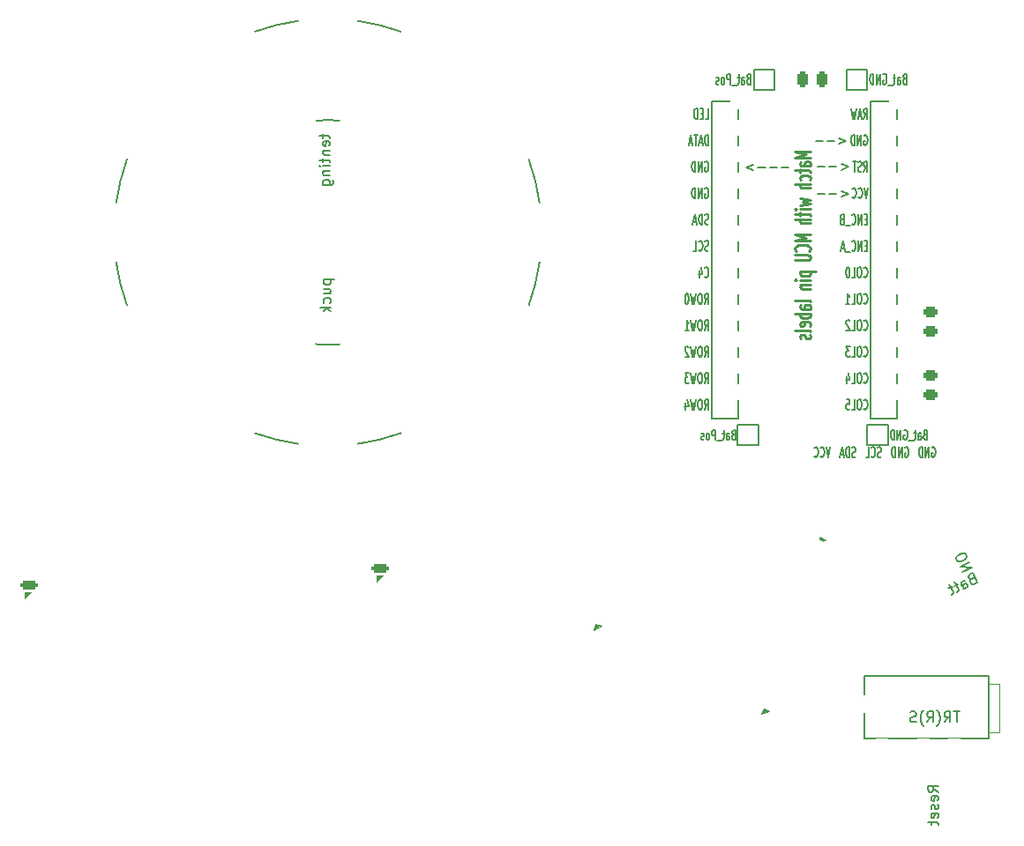
<source format=gbr>
%TF.GenerationSoftware,KiCad,Pcbnew,(6.0.1-0)*%
%TF.CreationDate,2022-01-24T00:31:25-08:00*%
%TF.ProjectId,hillside56,68696c6c-7369-4646-9535-362e6b696361,0.1.0-alpha*%
%TF.SameCoordinates,Original*%
%TF.FileFunction,Legend,Bot*%
%TF.FilePolarity,Positive*%
%FSLAX46Y46*%
G04 Gerber Fmt 4.6, Leading zero omitted, Abs format (unit mm)*
G04 Created by KiCad (PCBNEW (6.0.1-0)) date 2022-01-24 00:31:25*
%MOMM*%
%LPD*%
G01*
G04 APERTURE LIST*
G04 Aperture macros list*
%AMRoundRect*
0 Rectangle with rounded corners*
0 $1 Rounding radius*
0 $2 $3 $4 $5 $6 $7 $8 $9 X,Y pos of 4 corners*
0 Add a 4 corners polygon primitive as box body*
4,1,4,$2,$3,$4,$5,$6,$7,$8,$9,$2,$3,0*
0 Add four circle primitives for the rounded corners*
1,1,$1+$1,$2,$3*
1,1,$1+$1,$4,$5*
1,1,$1+$1,$6,$7*
1,1,$1+$1,$8,$9*
0 Add four rect primitives between the rounded corners*
20,1,$1+$1,$2,$3,$4,$5,0*
20,1,$1+$1,$4,$5,$6,$7,0*
20,1,$1+$1,$6,$7,$8,$9,0*
20,1,$1+$1,$8,$9,$2,$3,0*%
%AMRotRect*
0 Rectangle, with rotation*
0 The origin of the aperture is its center*
0 $1 length*
0 $2 width*
0 $3 Rotation angle, in degrees counterclockwise*
0 Add horizontal line*
21,1,$1,$2,0,0,$3*%
%AMFreePoly0*
4,1,41,0.142350,0.531259,0.275000,0.476314,0.388909,0.388909,0.476314,0.275000,0.531259,0.142350,0.533280,0.127000,3.200000,0.127000,3.236070,0.121770,3.296138,0.082984,3.325733,0.017894,3.315473,-0.052868,3.268611,-0.106872,3.200000,-0.127000,0.533280,-0.127000,0.531259,-0.142350,0.476314,-0.275000,0.388909,-0.388909,0.275000,-0.476314,0.142350,-0.531259,0.000000,-0.550000,
-0.142350,-0.531259,-0.275000,-0.476314,-0.388909,-0.388909,-0.476314,-0.275000,-0.531259,-0.142350,-0.533280,-0.127000,-3.200000,-0.127000,-3.236070,-0.121770,-3.296138,-0.082984,-3.325733,-0.017894,-3.315473,0.052868,-3.268611,0.106872,-3.200000,0.127000,-0.533280,0.127000,-0.531259,0.142350,-0.476314,0.275000,-0.388909,0.388909,-0.275000,0.476314,-0.142350,0.531259,0.000000,0.550000,
0.142350,0.531259,0.142350,0.531259,$1*%
%AMFreePoly1*
4,1,37,0.042529,3.485692,0.118849,3.448880,0.171655,3.382612,0.190499,3.300000,0.190499,0.776079,0.350697,0.719035,0.501283,0.623470,0.626955,0.496918,0.721466,0.345669,0.780119,0.177240,0.800000,0.000000,0.799688,-0.022336,0.774867,-0.198952,0.711533,-0.365678,0.612836,-0.514230,0.483680,-0.637224,0.330484,-0.728547,0.160862,-0.783660,-0.016754,-0.799825,-0.193538,-0.776237,
-0.360702,-0.714070,-0.509939,-0.616411,-0.633832,-0.488116,-0.726222,-0.335562,-0.782518,-0.166330,-0.799922,0.011170,-0.777569,0.188114,-0.716569,0.355708,-0.619956,0.505623,-0.492529,0.630409,-0.340623,0.723862,-0.190500,0.774968,-0.190500,3.300332,-0.171511,3.382912,-0.118589,3.449087,-0.042205,3.485766,0.042529,3.485692,0.042529,3.485692,$1*%
G04 Aperture macros list end*
%ADD10C,0.153000*%
%ADD11C,0.150000*%
%ADD12C,0.225000*%
%ADD13C,0.100000*%
%ADD14C,0.120000*%
%ADD15C,0.200000*%
%ADD16RotRect,1.650000X0.820000X345.000000*%
%ADD17RoundRect,0.205000X-0.651932X-0.037547X0.545816X-0.358483X0.651932X0.037547X-0.545816X0.358483X0*%
%ADD18R,1.650000X0.820000*%
%ADD19RoundRect,0.205000X-0.620000X-0.205000X0.620000X-0.205000X0.620000X0.205000X-0.620000X0.205000X0*%
%ADD20RotRect,1.650000X0.820000X330.000000*%
%ADD21RoundRect,0.205000X-0.639436X0.132465X0.434436X-0.487535X0.639436X-0.132465X-0.434436X0.487535X0*%
%ADD22C,1.200000*%
%ADD23O,2.500000X1.700000*%
%ADD24C,1.524000*%
%ADD25C,4.400000*%
%ADD26C,3.400000*%
%ADD27R,3.200000X2.000000*%
%ADD28C,1.700000*%
%ADD29R,2.000000X2.000000*%
%ADD30C,2.000000*%
%ADD31R,0.800000X0.900000*%
%ADD32RotRect,0.900000X0.800000X75.000000*%
%ADD33RotRect,0.900000X0.800000X45.000000*%
%ADD34RotRect,3.200000X2.000000X150.000000*%
%ADD35RotRect,2.000000X2.000000X150.000000*%
%ADD36R,1.397000X1.397000*%
%ADD37RoundRect,0.250100X0.449900X-0.262400X0.449900X0.262400X-0.449900X0.262400X-0.449900X-0.262400X0*%
%ADD38C,5.000000*%
%ADD39R,1.700000X1.700000*%
%ADD40O,1.700000X1.700000*%
%ADD41RoundRect,0.250000X-0.250000X-0.475000X0.250000X-0.475000X0.250000X0.475000X-0.250000X0.475000X0*%
%ADD42FreePoly0,90.000000*%
%ADD43R,1.100000X1.800000*%
%ADD44FreePoly1,295.000000*%
%ADD45C,1.600000*%
%ADD46R,0.900000X0.800000*%
G04 APERTURE END LIST*
D10*
%TO.C,J2*%
X219668571Y-125502380D02*
X219097142Y-125502380D01*
X219382857Y-126502380D02*
X219382857Y-125502380D01*
X218192380Y-126502380D02*
X218525714Y-126026190D01*
X218763809Y-126502380D02*
X218763809Y-125502380D01*
X218382857Y-125502380D01*
X218287619Y-125550000D01*
X218240000Y-125597619D01*
X218192380Y-125692857D01*
X218192380Y-125835714D01*
X218240000Y-125930952D01*
X218287619Y-125978571D01*
X218382857Y-126026190D01*
X218763809Y-126026190D01*
X217478095Y-126883333D02*
X217525714Y-126835714D01*
X217620952Y-126692857D01*
X217668571Y-126597619D01*
X217716190Y-126454761D01*
X217763809Y-126216666D01*
X217763809Y-126026190D01*
X217716190Y-125788095D01*
X217668571Y-125645238D01*
X217620952Y-125550000D01*
X217525714Y-125407142D01*
X217478095Y-125359523D01*
X216525714Y-126502380D02*
X216859047Y-126026190D01*
X217097142Y-126502380D02*
X217097142Y-125502380D01*
X216716190Y-125502380D01*
X216620952Y-125550000D01*
X216573333Y-125597619D01*
X216525714Y-125692857D01*
X216525714Y-125835714D01*
X216573333Y-125930952D01*
X216620952Y-125978571D01*
X216716190Y-126026190D01*
X217097142Y-126026190D01*
X216192380Y-126883333D02*
X216144761Y-126835714D01*
X216049523Y-126692857D01*
X216001904Y-126597619D01*
X215954285Y-126454761D01*
X215906666Y-126216666D01*
X215906666Y-126026190D01*
X215954285Y-125788095D01*
X216001904Y-125645238D01*
X216049523Y-125550000D01*
X216144761Y-125407142D01*
X216192380Y-125359523D01*
X215478095Y-126454761D02*
X215335238Y-126502380D01*
X215097142Y-126502380D01*
X215001904Y-126454761D01*
X214954285Y-126407142D01*
X214906666Y-126311904D01*
X214906666Y-126216666D01*
X214954285Y-126121428D01*
X215001904Y-126073809D01*
X215097142Y-126026190D01*
X215287619Y-125978571D01*
X215382857Y-125930952D01*
X215430476Y-125883333D01*
X215478095Y-125788095D01*
X215478095Y-125692857D01*
X215430476Y-125597619D01*
X215382857Y-125550000D01*
X215287619Y-125502380D01*
X215049523Y-125502380D01*
X214906666Y-125550000D01*
D11*
%TO.C,U1*%
X195179571Y-88884380D02*
X195379571Y-88408190D01*
X195522429Y-88884380D02*
X195522429Y-87884380D01*
X195293857Y-87884380D01*
X195236714Y-87932000D01*
X195208143Y-87979619D01*
X195179571Y-88074857D01*
X195179571Y-88217714D01*
X195208143Y-88312952D01*
X195236714Y-88360571D01*
X195293857Y-88408190D01*
X195522429Y-88408190D01*
X194808143Y-87884380D02*
X194693857Y-87884380D01*
X194636714Y-87932000D01*
X194579571Y-88027238D01*
X194551000Y-88217714D01*
X194551000Y-88551047D01*
X194579571Y-88741523D01*
X194636714Y-88836761D01*
X194693857Y-88884380D01*
X194808143Y-88884380D01*
X194865286Y-88836761D01*
X194922429Y-88741523D01*
X194951000Y-88551047D01*
X194951000Y-88217714D01*
X194922429Y-88027238D01*
X194865286Y-87932000D01*
X194808143Y-87884380D01*
X194351000Y-87884380D02*
X194208143Y-88884380D01*
X194093857Y-88170095D01*
X193979571Y-88884380D01*
X193836714Y-87884380D01*
X193293857Y-88884380D02*
X193636714Y-88884380D01*
X193465286Y-88884380D02*
X193465286Y-87884380D01*
X193522429Y-88027238D01*
X193579571Y-88122476D01*
X193636714Y-88170095D01*
X195236714Y-68564380D02*
X195522428Y-68564380D01*
X195522428Y-67564380D01*
X195036714Y-68040571D02*
X194836714Y-68040571D01*
X194751000Y-68564380D02*
X195036714Y-68564380D01*
X195036714Y-67564380D01*
X194751000Y-67564380D01*
X194493857Y-68564380D02*
X194493857Y-67564380D01*
X194351000Y-67564380D01*
X194265285Y-67612000D01*
X194208142Y-67707238D01*
X194179571Y-67802476D01*
X194151000Y-67992952D01*
X194151000Y-68135809D01*
X194179571Y-68326285D01*
X194208142Y-68421523D01*
X194265285Y-68516761D01*
X194351000Y-68564380D01*
X194493857Y-68564380D01*
X208044500Y-70397714D02*
X208730214Y-70683428D01*
X208044500Y-70969142D01*
X207615928Y-70683428D02*
X206930214Y-70683428D01*
X206501642Y-70683428D02*
X205815928Y-70683428D01*
X203222357Y-73223428D02*
X202536642Y-73223428D01*
X202108071Y-73223428D02*
X201422357Y-73223428D01*
X200993785Y-73223428D02*
X200308071Y-73223428D01*
X199879500Y-72937714D02*
X199193785Y-73223428D01*
X199879500Y-73509142D01*
X210798142Y-78200571D02*
X210598142Y-78200571D01*
X210512428Y-78724380D02*
X210798142Y-78724380D01*
X210798142Y-77724380D01*
X210512428Y-77724380D01*
X210255285Y-78724380D02*
X210255285Y-77724380D01*
X209912428Y-78724380D01*
X209912428Y-77724380D01*
X209283856Y-78629142D02*
X209312428Y-78676761D01*
X209398142Y-78724380D01*
X209455285Y-78724380D01*
X209540999Y-78676761D01*
X209598142Y-78581523D01*
X209626714Y-78486285D01*
X209655285Y-78295809D01*
X209655285Y-78152952D01*
X209626714Y-77962476D01*
X209598142Y-77867238D01*
X209540999Y-77772000D01*
X209455285Y-77724380D01*
X209398142Y-77724380D01*
X209312428Y-77772000D01*
X209283856Y-77819619D01*
X209169571Y-78819619D02*
X208712428Y-78819619D01*
X208369571Y-78200571D02*
X208283856Y-78248190D01*
X208255285Y-78295809D01*
X208226714Y-78391047D01*
X208226714Y-78533904D01*
X208255285Y-78629142D01*
X208283856Y-78676761D01*
X208340999Y-78724380D01*
X208569571Y-78724380D01*
X208569571Y-77724380D01*
X208369571Y-77724380D01*
X208312428Y-77772000D01*
X208283856Y-77819619D01*
X208255285Y-77914857D01*
X208255285Y-78010095D01*
X208283856Y-78105333D01*
X208312428Y-78152952D01*
X208369571Y-78200571D01*
X208569571Y-78200571D01*
X210455285Y-83709142D02*
X210483857Y-83756761D01*
X210569571Y-83804380D01*
X210626714Y-83804380D01*
X210712428Y-83756761D01*
X210769571Y-83661523D01*
X210798143Y-83566285D01*
X210826714Y-83375809D01*
X210826714Y-83232952D01*
X210798143Y-83042476D01*
X210769571Y-82947238D01*
X210712428Y-82852000D01*
X210626714Y-82804380D01*
X210569571Y-82804380D01*
X210483857Y-82852000D01*
X210455285Y-82899619D01*
X210083857Y-82804380D02*
X209969571Y-82804380D01*
X209912428Y-82852000D01*
X209855285Y-82947238D01*
X209826714Y-83137714D01*
X209826714Y-83471047D01*
X209855285Y-83661523D01*
X209912428Y-83756761D01*
X209969571Y-83804380D01*
X210083857Y-83804380D01*
X210141000Y-83756761D01*
X210198143Y-83661523D01*
X210226714Y-83471047D01*
X210226714Y-83137714D01*
X210198143Y-82947238D01*
X210141000Y-82852000D01*
X210083857Y-82804380D01*
X209283857Y-83804380D02*
X209569571Y-83804380D01*
X209569571Y-82804380D01*
X208969571Y-82804380D02*
X208912428Y-82804380D01*
X208855285Y-82852000D01*
X208826714Y-82899619D01*
X208798143Y-82994857D01*
X208769571Y-83185333D01*
X208769571Y-83423428D01*
X208798143Y-83613904D01*
X208826714Y-83709142D01*
X208855285Y-83756761D01*
X208912428Y-83804380D01*
X208969571Y-83804380D01*
X209026714Y-83756761D01*
X209055285Y-83709142D01*
X209083857Y-83613904D01*
X209112428Y-83423428D01*
X209112428Y-83185333D01*
X209083857Y-82994857D01*
X209055285Y-82899619D01*
X209026714Y-82852000D01*
X208969571Y-82804380D01*
X210455285Y-96409142D02*
X210483857Y-96456761D01*
X210569571Y-96504380D01*
X210626714Y-96504380D01*
X210712428Y-96456761D01*
X210769571Y-96361523D01*
X210798143Y-96266285D01*
X210826714Y-96075809D01*
X210826714Y-95932952D01*
X210798143Y-95742476D01*
X210769571Y-95647238D01*
X210712428Y-95552000D01*
X210626714Y-95504380D01*
X210569571Y-95504380D01*
X210483857Y-95552000D01*
X210455285Y-95599619D01*
X210083857Y-95504380D02*
X209969571Y-95504380D01*
X209912428Y-95552000D01*
X209855285Y-95647238D01*
X209826714Y-95837714D01*
X209826714Y-96171047D01*
X209855285Y-96361523D01*
X209912428Y-96456761D01*
X209969571Y-96504380D01*
X210083857Y-96504380D01*
X210141000Y-96456761D01*
X210198143Y-96361523D01*
X210226714Y-96171047D01*
X210226714Y-95837714D01*
X210198143Y-95647238D01*
X210141000Y-95552000D01*
X210083857Y-95504380D01*
X209283857Y-96504380D02*
X209569571Y-96504380D01*
X209569571Y-95504380D01*
X208798143Y-95504380D02*
X209083857Y-95504380D01*
X209112428Y-95980571D01*
X209083857Y-95932952D01*
X209026714Y-95885333D01*
X208883857Y-95885333D01*
X208826714Y-95932952D01*
X208798143Y-95980571D01*
X208769571Y-96075809D01*
X208769571Y-96313904D01*
X208798143Y-96409142D01*
X208826714Y-96456761D01*
X208883857Y-96504380D01*
X209026714Y-96504380D01*
X209083857Y-96456761D01*
X209112428Y-96409142D01*
X210455285Y-86249142D02*
X210483857Y-86296761D01*
X210569571Y-86344380D01*
X210626714Y-86344380D01*
X210712428Y-86296761D01*
X210769571Y-86201523D01*
X210798143Y-86106285D01*
X210826714Y-85915809D01*
X210826714Y-85772952D01*
X210798143Y-85582476D01*
X210769571Y-85487238D01*
X210712428Y-85392000D01*
X210626714Y-85344380D01*
X210569571Y-85344380D01*
X210483857Y-85392000D01*
X210455285Y-85439619D01*
X210083857Y-85344380D02*
X209969571Y-85344380D01*
X209912428Y-85392000D01*
X209855285Y-85487238D01*
X209826714Y-85677714D01*
X209826714Y-86011047D01*
X209855285Y-86201523D01*
X209912428Y-86296761D01*
X209969571Y-86344380D01*
X210083857Y-86344380D01*
X210141000Y-86296761D01*
X210198143Y-86201523D01*
X210226714Y-86011047D01*
X210226714Y-85677714D01*
X210198143Y-85487238D01*
X210141000Y-85392000D01*
X210083857Y-85344380D01*
X209283857Y-86344380D02*
X209569571Y-86344380D01*
X209569571Y-85344380D01*
X208769571Y-86344380D02*
X209112428Y-86344380D01*
X208941000Y-86344380D02*
X208941000Y-85344380D01*
X208998143Y-85487238D01*
X209055285Y-85582476D01*
X209112428Y-85630095D01*
X210455285Y-91329142D02*
X210483857Y-91376761D01*
X210569571Y-91424380D01*
X210626714Y-91424380D01*
X210712428Y-91376761D01*
X210769571Y-91281523D01*
X210798143Y-91186285D01*
X210826714Y-90995809D01*
X210826714Y-90852952D01*
X210798143Y-90662476D01*
X210769571Y-90567238D01*
X210712428Y-90472000D01*
X210626714Y-90424380D01*
X210569571Y-90424380D01*
X210483857Y-90472000D01*
X210455285Y-90519619D01*
X210083857Y-90424380D02*
X209969571Y-90424380D01*
X209912428Y-90472000D01*
X209855285Y-90567238D01*
X209826714Y-90757714D01*
X209826714Y-91091047D01*
X209855285Y-91281523D01*
X209912428Y-91376761D01*
X209969571Y-91424380D01*
X210083857Y-91424380D01*
X210141000Y-91376761D01*
X210198143Y-91281523D01*
X210226714Y-91091047D01*
X210226714Y-90757714D01*
X210198143Y-90567238D01*
X210141000Y-90472000D01*
X210083857Y-90424380D01*
X209283857Y-91424380D02*
X209569571Y-91424380D01*
X209569571Y-90424380D01*
X209141000Y-90424380D02*
X208769571Y-90424380D01*
X208969571Y-90805333D01*
X208883857Y-90805333D01*
X208826714Y-90852952D01*
X208798143Y-90900571D01*
X208769571Y-90995809D01*
X208769571Y-91233904D01*
X208798143Y-91329142D01*
X208826714Y-91376761D01*
X208883857Y-91424380D01*
X209055285Y-91424380D01*
X209112428Y-91376761D01*
X209141000Y-91329142D01*
X210455285Y-93869142D02*
X210483857Y-93916761D01*
X210569571Y-93964380D01*
X210626714Y-93964380D01*
X210712428Y-93916761D01*
X210769571Y-93821523D01*
X210798143Y-93726285D01*
X210826714Y-93535809D01*
X210826714Y-93392952D01*
X210798143Y-93202476D01*
X210769571Y-93107238D01*
X210712428Y-93012000D01*
X210626714Y-92964380D01*
X210569571Y-92964380D01*
X210483857Y-93012000D01*
X210455285Y-93059619D01*
X210083857Y-92964380D02*
X209969571Y-92964380D01*
X209912428Y-93012000D01*
X209855285Y-93107238D01*
X209826714Y-93297714D01*
X209826714Y-93631047D01*
X209855285Y-93821523D01*
X209912428Y-93916761D01*
X209969571Y-93964380D01*
X210083857Y-93964380D01*
X210141000Y-93916761D01*
X210198143Y-93821523D01*
X210226714Y-93631047D01*
X210226714Y-93297714D01*
X210198143Y-93107238D01*
X210141000Y-93012000D01*
X210083857Y-92964380D01*
X209283857Y-93964380D02*
X209569571Y-93964380D01*
X209569571Y-92964380D01*
X208826714Y-93297714D02*
X208826714Y-93964380D01*
X208969571Y-92916761D02*
X209112428Y-93631047D01*
X208741000Y-93631047D01*
X195522429Y-71104380D02*
X195522429Y-70104380D01*
X195379571Y-70104380D01*
X195293857Y-70152000D01*
X195236714Y-70247238D01*
X195208143Y-70342476D01*
X195179571Y-70532952D01*
X195179571Y-70675809D01*
X195208143Y-70866285D01*
X195236714Y-70961523D01*
X195293857Y-71056761D01*
X195379571Y-71104380D01*
X195522429Y-71104380D01*
X194951000Y-70818666D02*
X194665286Y-70818666D01*
X195008143Y-71104380D02*
X194808143Y-70104380D01*
X194608143Y-71104380D01*
X194493857Y-70104380D02*
X194151000Y-70104380D01*
X194322429Y-71104380D02*
X194322429Y-70104380D01*
X193979571Y-70818666D02*
X193693857Y-70818666D01*
X194036714Y-71104380D02*
X193836714Y-70104380D01*
X193636714Y-71104380D01*
X210883858Y-75184380D02*
X210683858Y-76184380D01*
X210483858Y-75184380D01*
X209941000Y-76089142D02*
X209969572Y-76136761D01*
X210055286Y-76184380D01*
X210112429Y-76184380D01*
X210198143Y-76136761D01*
X210255286Y-76041523D01*
X210283858Y-75946285D01*
X210312429Y-75755809D01*
X210312429Y-75612952D01*
X210283858Y-75422476D01*
X210255286Y-75327238D01*
X210198143Y-75232000D01*
X210112429Y-75184380D01*
X210055286Y-75184380D01*
X209969572Y-75232000D01*
X209941000Y-75279619D01*
X209341000Y-76089142D02*
X209369572Y-76136761D01*
X209455286Y-76184380D01*
X209512429Y-76184380D01*
X209598143Y-76136761D01*
X209655286Y-76041523D01*
X209683858Y-75946285D01*
X209712429Y-75755809D01*
X209712429Y-75612952D01*
X209683858Y-75422476D01*
X209655286Y-75327238D01*
X209598143Y-75232000D01*
X209512429Y-75184380D01*
X209455286Y-75184380D01*
X209369572Y-75232000D01*
X209341000Y-75279619D01*
X195179571Y-83709142D02*
X195208142Y-83756761D01*
X195293856Y-83804380D01*
X195350999Y-83804380D01*
X195436713Y-83756761D01*
X195493856Y-83661523D01*
X195522428Y-83566285D01*
X195550999Y-83375809D01*
X195550999Y-83232952D01*
X195522428Y-83042476D01*
X195493856Y-82947238D01*
X195436713Y-82852000D01*
X195350999Y-82804380D01*
X195293856Y-82804380D01*
X195208142Y-82852000D01*
X195179571Y-82899619D01*
X194665285Y-83137714D02*
X194665285Y-83804380D01*
X194808142Y-82756761D02*
X194950999Y-83471047D01*
X194579571Y-83471047D01*
X195208142Y-72692000D02*
X195265285Y-72644380D01*
X195351000Y-72644380D01*
X195436714Y-72692000D01*
X195493857Y-72787238D01*
X195522428Y-72882476D01*
X195551000Y-73072952D01*
X195551000Y-73215809D01*
X195522428Y-73406285D01*
X195493857Y-73501523D01*
X195436714Y-73596761D01*
X195351000Y-73644380D01*
X195293857Y-73644380D01*
X195208142Y-73596761D01*
X195179571Y-73549142D01*
X195179571Y-73215809D01*
X195293857Y-73215809D01*
X194922428Y-73644380D02*
X194922428Y-72644380D01*
X194579571Y-73644380D01*
X194579571Y-72644380D01*
X194293857Y-73644380D02*
X194293857Y-72644380D01*
X194151000Y-72644380D01*
X194065285Y-72692000D01*
X194008142Y-72787238D01*
X193979571Y-72882476D01*
X193951000Y-73072952D01*
X193951000Y-73215809D01*
X193979571Y-73406285D01*
X194008142Y-73501523D01*
X194065285Y-73596761D01*
X194151000Y-73644380D01*
X194293857Y-73644380D01*
D12*
X205328571Y-71671428D02*
X203828571Y-71671428D01*
X204900000Y-71971428D01*
X203828571Y-72271428D01*
X205328571Y-72271428D01*
X205328571Y-73085714D02*
X204542857Y-73085714D01*
X204400000Y-73042857D01*
X204328571Y-72957142D01*
X204328571Y-72785714D01*
X204400000Y-72700000D01*
X205257142Y-73085714D02*
X205328571Y-73000000D01*
X205328571Y-72785714D01*
X205257142Y-72700000D01*
X205114285Y-72657142D01*
X204971428Y-72657142D01*
X204828571Y-72700000D01*
X204757142Y-72785714D01*
X204757142Y-73000000D01*
X204685714Y-73085714D01*
X204328571Y-73385714D02*
X204328571Y-73728571D01*
X203828571Y-73514285D02*
X205114285Y-73514285D01*
X205257142Y-73557142D01*
X205328571Y-73642857D01*
X205328571Y-73728571D01*
X205257142Y-74414285D02*
X205328571Y-74328571D01*
X205328571Y-74157142D01*
X205257142Y-74071428D01*
X205185714Y-74028571D01*
X205042857Y-73985714D01*
X204614285Y-73985714D01*
X204471428Y-74028571D01*
X204400000Y-74071428D01*
X204328571Y-74157142D01*
X204328571Y-74328571D01*
X204400000Y-74414285D01*
X205328571Y-74800000D02*
X203828571Y-74800000D01*
X205328571Y-75185714D02*
X204542857Y-75185714D01*
X204400000Y-75142857D01*
X204328571Y-75057142D01*
X204328571Y-74928571D01*
X204400000Y-74842857D01*
X204471428Y-74800000D01*
X204328571Y-76214285D02*
X205328571Y-76385714D01*
X204614285Y-76557142D01*
X205328571Y-76728571D01*
X204328571Y-76900000D01*
X205328571Y-77242857D02*
X204328571Y-77242857D01*
X203828571Y-77242857D02*
X203900000Y-77200000D01*
X203971428Y-77242857D01*
X203900000Y-77285714D01*
X203828571Y-77242857D01*
X203971428Y-77242857D01*
X204328571Y-77542857D02*
X204328571Y-77885714D01*
X203828571Y-77671428D02*
X205114285Y-77671428D01*
X205257142Y-77714285D01*
X205328571Y-77800000D01*
X205328571Y-77885714D01*
X205328571Y-78185714D02*
X203828571Y-78185714D01*
X205328571Y-78571428D02*
X204542857Y-78571428D01*
X204400000Y-78528571D01*
X204328571Y-78442857D01*
X204328571Y-78314285D01*
X204400000Y-78228571D01*
X204471428Y-78185714D01*
X205328571Y-79685714D02*
X203828571Y-79685714D01*
X204900000Y-79985714D01*
X203828571Y-80285714D01*
X205328571Y-80285714D01*
X205185714Y-81228571D02*
X205257142Y-81185714D01*
X205328571Y-81057142D01*
X205328571Y-80971428D01*
X205257142Y-80842857D01*
X205114285Y-80757142D01*
X204971428Y-80714285D01*
X204685714Y-80671428D01*
X204471428Y-80671428D01*
X204185714Y-80714285D01*
X204042857Y-80757142D01*
X203900000Y-80842857D01*
X203828571Y-80971428D01*
X203828571Y-81057142D01*
X203900000Y-81185714D01*
X203971428Y-81228571D01*
X203828571Y-81614285D02*
X205042857Y-81614285D01*
X205185714Y-81657142D01*
X205257142Y-81700000D01*
X205328571Y-81785714D01*
X205328571Y-81957142D01*
X205257142Y-82042857D01*
X205185714Y-82085714D01*
X205042857Y-82128571D01*
X203828571Y-82128571D01*
X204328571Y-83242857D02*
X205828571Y-83242857D01*
X204400000Y-83242857D02*
X204328571Y-83328571D01*
X204328571Y-83500000D01*
X204400000Y-83585714D01*
X204471428Y-83628571D01*
X204614285Y-83671428D01*
X205042857Y-83671428D01*
X205185714Y-83628571D01*
X205257142Y-83585714D01*
X205328571Y-83500000D01*
X205328571Y-83328571D01*
X205257142Y-83242857D01*
X205328571Y-84057142D02*
X204328571Y-84057142D01*
X203828571Y-84057142D02*
X203900000Y-84014285D01*
X203971428Y-84057142D01*
X203900000Y-84100000D01*
X203828571Y-84057142D01*
X203971428Y-84057142D01*
X204328571Y-84485714D02*
X205328571Y-84485714D01*
X204471428Y-84485714D02*
X204400000Y-84528571D01*
X204328571Y-84614285D01*
X204328571Y-84742857D01*
X204400000Y-84828571D01*
X204542857Y-84871428D01*
X205328571Y-84871428D01*
X205328571Y-86114285D02*
X205257142Y-86028571D01*
X205114285Y-85985714D01*
X203828571Y-85985714D01*
X205328571Y-86842857D02*
X204542857Y-86842857D01*
X204400000Y-86800000D01*
X204328571Y-86714285D01*
X204328571Y-86542857D01*
X204400000Y-86457142D01*
X205257142Y-86842857D02*
X205328571Y-86757142D01*
X205328571Y-86542857D01*
X205257142Y-86457142D01*
X205114285Y-86414285D01*
X204971428Y-86414285D01*
X204828571Y-86457142D01*
X204757142Y-86542857D01*
X204757142Y-86757142D01*
X204685714Y-86842857D01*
X205328571Y-87271428D02*
X203828571Y-87271428D01*
X204400000Y-87271428D02*
X204328571Y-87357142D01*
X204328571Y-87528571D01*
X204400000Y-87614285D01*
X204471428Y-87657142D01*
X204614285Y-87700000D01*
X205042857Y-87700000D01*
X205185714Y-87657142D01*
X205257142Y-87614285D01*
X205328571Y-87528571D01*
X205328571Y-87357142D01*
X205257142Y-87271428D01*
X205257142Y-88428571D02*
X205328571Y-88342857D01*
X205328571Y-88171428D01*
X205257142Y-88085714D01*
X205114285Y-88042857D01*
X204542857Y-88042857D01*
X204400000Y-88085714D01*
X204328571Y-88171428D01*
X204328571Y-88342857D01*
X204400000Y-88428571D01*
X204542857Y-88471428D01*
X204685714Y-88471428D01*
X204828571Y-88042857D01*
X205328571Y-88985714D02*
X205257142Y-88900000D01*
X205114285Y-88857142D01*
X203828571Y-88857142D01*
X205257142Y-89285714D02*
X205328571Y-89371428D01*
X205328571Y-89542857D01*
X205257142Y-89628571D01*
X205114285Y-89671428D01*
X205042857Y-89671428D01*
X204900000Y-89628571D01*
X204828571Y-89542857D01*
X204828571Y-89414285D01*
X204757142Y-89328571D01*
X204614285Y-89285714D01*
X204542857Y-89285714D01*
X204400000Y-89328571D01*
X204328571Y-89414285D01*
X204328571Y-89542857D01*
X204400000Y-89628571D01*
D11*
X195551000Y-78676761D02*
X195465286Y-78724380D01*
X195322429Y-78724380D01*
X195265286Y-78676761D01*
X195236714Y-78629142D01*
X195208143Y-78533904D01*
X195208143Y-78438666D01*
X195236714Y-78343428D01*
X195265286Y-78295809D01*
X195322429Y-78248190D01*
X195436714Y-78200571D01*
X195493857Y-78152952D01*
X195522429Y-78105333D01*
X195551000Y-78010095D01*
X195551000Y-77914857D01*
X195522429Y-77819619D01*
X195493857Y-77772000D01*
X195436714Y-77724380D01*
X195293857Y-77724380D01*
X195208143Y-77772000D01*
X194951000Y-78724380D02*
X194951000Y-77724380D01*
X194808143Y-77724380D01*
X194722429Y-77772000D01*
X194665286Y-77867238D01*
X194636714Y-77962476D01*
X194608143Y-78152952D01*
X194608143Y-78295809D01*
X194636714Y-78486285D01*
X194665286Y-78581523D01*
X194722429Y-78676761D01*
X194808143Y-78724380D01*
X194951000Y-78724380D01*
X194379571Y-78438666D02*
X194093857Y-78438666D01*
X194436714Y-78724380D02*
X194236714Y-77724380D01*
X194036714Y-78724380D01*
X210455285Y-88789142D02*
X210483857Y-88836761D01*
X210569571Y-88884380D01*
X210626714Y-88884380D01*
X210712428Y-88836761D01*
X210769571Y-88741523D01*
X210798143Y-88646285D01*
X210826714Y-88455809D01*
X210826714Y-88312952D01*
X210798143Y-88122476D01*
X210769571Y-88027238D01*
X210712428Y-87932000D01*
X210626714Y-87884380D01*
X210569571Y-87884380D01*
X210483857Y-87932000D01*
X210455285Y-87979619D01*
X210083857Y-87884380D02*
X209969571Y-87884380D01*
X209912428Y-87932000D01*
X209855285Y-88027238D01*
X209826714Y-88217714D01*
X209826714Y-88551047D01*
X209855285Y-88741523D01*
X209912428Y-88836761D01*
X209969571Y-88884380D01*
X210083857Y-88884380D01*
X210141000Y-88836761D01*
X210198143Y-88741523D01*
X210226714Y-88551047D01*
X210226714Y-88217714D01*
X210198143Y-88027238D01*
X210141000Y-87932000D01*
X210083857Y-87884380D01*
X209283857Y-88884380D02*
X209569571Y-88884380D01*
X209569571Y-87884380D01*
X209112428Y-87979619D02*
X209083857Y-87932000D01*
X209026714Y-87884380D01*
X208883857Y-87884380D01*
X208826714Y-87932000D01*
X208798143Y-87979619D01*
X208769571Y-88074857D01*
X208769571Y-88170095D01*
X208798143Y-88312952D01*
X209141000Y-88884380D01*
X208769571Y-88884380D01*
X210798142Y-80740571D02*
X210598142Y-80740571D01*
X210512428Y-81264380D02*
X210798142Y-81264380D01*
X210798142Y-80264380D01*
X210512428Y-80264380D01*
X210255285Y-81264380D02*
X210255285Y-80264380D01*
X209912428Y-81264380D01*
X209912428Y-80264380D01*
X209283856Y-81169142D02*
X209312428Y-81216761D01*
X209398142Y-81264380D01*
X209455285Y-81264380D01*
X209540999Y-81216761D01*
X209598142Y-81121523D01*
X209626713Y-81026285D01*
X209655285Y-80835809D01*
X209655285Y-80692952D01*
X209626713Y-80502476D01*
X209598142Y-80407238D01*
X209540999Y-80312000D01*
X209455285Y-80264380D01*
X209398142Y-80264380D01*
X209312428Y-80312000D01*
X209283856Y-80359619D01*
X209169571Y-81359619D02*
X208712428Y-81359619D01*
X208598142Y-80978666D02*
X208312428Y-80978666D01*
X208655285Y-81264380D02*
X208455285Y-80264380D01*
X208255285Y-81264380D01*
X210483856Y-70152000D02*
X210540999Y-70104380D01*
X210626714Y-70104380D01*
X210712428Y-70152000D01*
X210769571Y-70247238D01*
X210798142Y-70342476D01*
X210826714Y-70532952D01*
X210826714Y-70675809D01*
X210798142Y-70866285D01*
X210769571Y-70961523D01*
X210712428Y-71056761D01*
X210626714Y-71104380D01*
X210569571Y-71104380D01*
X210483856Y-71056761D01*
X210455285Y-71009142D01*
X210455285Y-70675809D01*
X210569571Y-70675809D01*
X210198142Y-71104380D02*
X210198142Y-70104380D01*
X209855285Y-71104380D01*
X209855285Y-70104380D01*
X209569571Y-71104380D02*
X209569571Y-70104380D01*
X209426714Y-70104380D01*
X209340999Y-70152000D01*
X209283856Y-70247238D01*
X209255285Y-70342476D01*
X209226714Y-70532952D01*
X209226714Y-70675809D01*
X209255285Y-70866285D01*
X209283856Y-70961523D01*
X209340999Y-71056761D01*
X209426714Y-71104380D01*
X209569571Y-71104380D01*
X195179571Y-96504380D02*
X195379571Y-96028190D01*
X195522429Y-96504380D02*
X195522429Y-95504380D01*
X195293857Y-95504380D01*
X195236714Y-95552000D01*
X195208143Y-95599619D01*
X195179571Y-95694857D01*
X195179571Y-95837714D01*
X195208143Y-95932952D01*
X195236714Y-95980571D01*
X195293857Y-96028190D01*
X195522429Y-96028190D01*
X194808143Y-95504380D02*
X194693857Y-95504380D01*
X194636714Y-95552000D01*
X194579571Y-95647238D01*
X194551000Y-95837714D01*
X194551000Y-96171047D01*
X194579571Y-96361523D01*
X194636714Y-96456761D01*
X194693857Y-96504380D01*
X194808143Y-96504380D01*
X194865286Y-96456761D01*
X194922429Y-96361523D01*
X194951000Y-96171047D01*
X194951000Y-95837714D01*
X194922429Y-95647238D01*
X194865286Y-95552000D01*
X194808143Y-95504380D01*
X194351000Y-95504380D02*
X194208143Y-96504380D01*
X194093857Y-95790095D01*
X193979571Y-96504380D01*
X193836714Y-95504380D01*
X193351000Y-95837714D02*
X193351000Y-96504380D01*
X193493857Y-95456761D02*
X193636714Y-96171047D01*
X193265286Y-96171047D01*
X195208142Y-75232000D02*
X195265285Y-75184380D01*
X195351000Y-75184380D01*
X195436714Y-75232000D01*
X195493857Y-75327238D01*
X195522428Y-75422476D01*
X195551000Y-75612952D01*
X195551000Y-75755809D01*
X195522428Y-75946285D01*
X195493857Y-76041523D01*
X195436714Y-76136761D01*
X195351000Y-76184380D01*
X195293857Y-76184380D01*
X195208142Y-76136761D01*
X195179571Y-76089142D01*
X195179571Y-75755809D01*
X195293857Y-75755809D01*
X194922428Y-76184380D02*
X194922428Y-75184380D01*
X194579571Y-76184380D01*
X194579571Y-75184380D01*
X194293857Y-76184380D02*
X194293857Y-75184380D01*
X194151000Y-75184380D01*
X194065285Y-75232000D01*
X194008142Y-75327238D01*
X193979571Y-75422476D01*
X193951000Y-75612952D01*
X193951000Y-75755809D01*
X193979571Y-75946285D01*
X194008142Y-76041523D01*
X194065285Y-76136761D01*
X194151000Y-76184380D01*
X194293857Y-76184380D01*
X210455286Y-73644380D02*
X210655286Y-73168190D01*
X210798143Y-73644380D02*
X210798143Y-72644380D01*
X210569572Y-72644380D01*
X210512429Y-72692000D01*
X210483857Y-72739619D01*
X210455286Y-72834857D01*
X210455286Y-72977714D01*
X210483857Y-73072952D01*
X210512429Y-73120571D01*
X210569572Y-73168190D01*
X210798143Y-73168190D01*
X210226715Y-73596761D02*
X210141000Y-73644380D01*
X209998143Y-73644380D01*
X209941000Y-73596761D01*
X209912429Y-73549142D01*
X209883857Y-73453904D01*
X209883857Y-73358666D01*
X209912429Y-73263428D01*
X209941000Y-73215809D01*
X209998143Y-73168190D01*
X210112429Y-73120571D01*
X210169572Y-73072952D01*
X210198143Y-73025333D01*
X210226715Y-72930095D01*
X210226715Y-72834857D01*
X210198143Y-72739619D01*
X210169572Y-72692000D01*
X210112429Y-72644380D01*
X209969572Y-72644380D01*
X209883857Y-72692000D01*
X209712429Y-72644380D02*
X209369572Y-72644380D01*
X209541000Y-73644380D02*
X209541000Y-72644380D01*
X195550999Y-81216761D02*
X195465285Y-81264380D01*
X195322428Y-81264380D01*
X195265285Y-81216761D01*
X195236714Y-81169142D01*
X195208142Y-81073904D01*
X195208142Y-80978666D01*
X195236714Y-80883428D01*
X195265285Y-80835809D01*
X195322428Y-80788190D01*
X195436714Y-80740571D01*
X195493856Y-80692952D01*
X195522428Y-80645333D01*
X195550999Y-80550095D01*
X195550999Y-80454857D01*
X195522428Y-80359619D01*
X195493856Y-80312000D01*
X195436714Y-80264380D01*
X195293856Y-80264380D01*
X195208142Y-80312000D01*
X194608142Y-81169142D02*
X194636714Y-81216761D01*
X194722428Y-81264380D01*
X194779571Y-81264380D01*
X194865285Y-81216761D01*
X194922428Y-81121523D01*
X194950999Y-81026285D01*
X194979571Y-80835809D01*
X194979571Y-80692952D01*
X194950999Y-80502476D01*
X194922428Y-80407238D01*
X194865285Y-80312000D01*
X194779571Y-80264380D01*
X194722428Y-80264380D01*
X194636714Y-80312000D01*
X194608142Y-80359619D01*
X194065285Y-81264380D02*
X194350999Y-81264380D01*
X194350999Y-80264380D01*
X195179571Y-86344380D02*
X195379571Y-85868190D01*
X195522429Y-86344380D02*
X195522429Y-85344380D01*
X195293857Y-85344380D01*
X195236714Y-85392000D01*
X195208143Y-85439619D01*
X195179571Y-85534857D01*
X195179571Y-85677714D01*
X195208143Y-85772952D01*
X195236714Y-85820571D01*
X195293857Y-85868190D01*
X195522429Y-85868190D01*
X194808143Y-85344380D02*
X194693857Y-85344380D01*
X194636714Y-85392000D01*
X194579571Y-85487238D01*
X194551000Y-85677714D01*
X194551000Y-86011047D01*
X194579571Y-86201523D01*
X194636714Y-86296761D01*
X194693857Y-86344380D01*
X194808143Y-86344380D01*
X194865286Y-86296761D01*
X194922429Y-86201523D01*
X194951000Y-86011047D01*
X194951000Y-85677714D01*
X194922429Y-85487238D01*
X194865286Y-85392000D01*
X194808143Y-85344380D01*
X194351000Y-85344380D02*
X194208143Y-86344380D01*
X194093857Y-85630095D01*
X193979571Y-86344380D01*
X193836714Y-85344380D01*
X193493857Y-85344380D02*
X193436714Y-85344380D01*
X193379571Y-85392000D01*
X193351000Y-85439619D01*
X193322429Y-85534857D01*
X193293857Y-85725333D01*
X193293857Y-85963428D01*
X193322429Y-86153904D01*
X193351000Y-86249142D01*
X193379571Y-86296761D01*
X193436714Y-86344380D01*
X193493857Y-86344380D01*
X193551000Y-86296761D01*
X193579571Y-86249142D01*
X193608143Y-86153904D01*
X193636714Y-85963428D01*
X193636714Y-85725333D01*
X193608143Y-85534857D01*
X193579571Y-85439619D01*
X193551000Y-85392000D01*
X193493857Y-85344380D01*
X195179571Y-93964380D02*
X195379571Y-93488190D01*
X195522429Y-93964380D02*
X195522429Y-92964380D01*
X195293857Y-92964380D01*
X195236714Y-93012000D01*
X195208143Y-93059619D01*
X195179571Y-93154857D01*
X195179571Y-93297714D01*
X195208143Y-93392952D01*
X195236714Y-93440571D01*
X195293857Y-93488190D01*
X195522429Y-93488190D01*
X194808143Y-92964380D02*
X194693857Y-92964380D01*
X194636714Y-93012000D01*
X194579571Y-93107238D01*
X194551000Y-93297714D01*
X194551000Y-93631047D01*
X194579571Y-93821523D01*
X194636714Y-93916761D01*
X194693857Y-93964380D01*
X194808143Y-93964380D01*
X194865286Y-93916761D01*
X194922429Y-93821523D01*
X194951000Y-93631047D01*
X194951000Y-93297714D01*
X194922429Y-93107238D01*
X194865286Y-93012000D01*
X194808143Y-92964380D01*
X194351000Y-92964380D02*
X194208143Y-93964380D01*
X194093857Y-93250095D01*
X193979571Y-93964380D01*
X193836714Y-92964380D01*
X193665286Y-92964380D02*
X193293857Y-92964380D01*
X193493857Y-93345333D01*
X193408143Y-93345333D01*
X193351000Y-93392952D01*
X193322429Y-93440571D01*
X193293857Y-93535809D01*
X193293857Y-93773904D01*
X193322429Y-93869142D01*
X193351000Y-93916761D01*
X193408143Y-93964380D01*
X193579571Y-93964380D01*
X193636714Y-93916761D01*
X193665286Y-93869142D01*
X208271428Y-75477714D02*
X208957142Y-75763428D01*
X208271428Y-76049142D01*
X207842857Y-75763428D02*
X207157142Y-75763428D01*
X206728571Y-75763428D02*
X206042857Y-75763428D01*
X195179571Y-91424380D02*
X195379571Y-90948190D01*
X195522429Y-91424380D02*
X195522429Y-90424380D01*
X195293857Y-90424380D01*
X195236714Y-90472000D01*
X195208143Y-90519619D01*
X195179571Y-90614857D01*
X195179571Y-90757714D01*
X195208143Y-90852952D01*
X195236714Y-90900571D01*
X195293857Y-90948190D01*
X195522429Y-90948190D01*
X194808143Y-90424380D02*
X194693857Y-90424380D01*
X194636714Y-90472000D01*
X194579571Y-90567238D01*
X194551000Y-90757714D01*
X194551000Y-91091047D01*
X194579571Y-91281523D01*
X194636714Y-91376761D01*
X194693857Y-91424380D01*
X194808143Y-91424380D01*
X194865286Y-91376761D01*
X194922429Y-91281523D01*
X194951000Y-91091047D01*
X194951000Y-90757714D01*
X194922429Y-90567238D01*
X194865286Y-90472000D01*
X194808143Y-90424380D01*
X194351000Y-90424380D02*
X194208143Y-91424380D01*
X194093857Y-90710095D01*
X193979571Y-91424380D01*
X193836714Y-90424380D01*
X193636714Y-90519619D02*
X193608143Y-90472000D01*
X193551000Y-90424380D01*
X193408143Y-90424380D01*
X193351000Y-90472000D01*
X193322429Y-90519619D01*
X193293857Y-90614857D01*
X193293857Y-90710095D01*
X193322429Y-90852952D01*
X193665286Y-91424380D01*
X193293857Y-91424380D01*
X208271428Y-72885714D02*
X208957142Y-73171428D01*
X208271428Y-73457142D01*
X207842857Y-73171428D02*
X207157142Y-73171428D01*
X206728571Y-73171428D02*
X206042857Y-73171428D01*
X210455285Y-68564380D02*
X210655285Y-68088190D01*
X210798142Y-68564380D02*
X210798142Y-67564380D01*
X210569571Y-67564380D01*
X210512428Y-67612000D01*
X210483857Y-67659619D01*
X210455285Y-67754857D01*
X210455285Y-67897714D01*
X210483857Y-67992952D01*
X210512428Y-68040571D01*
X210569571Y-68088190D01*
X210798142Y-68088190D01*
X210226714Y-68278666D02*
X209941000Y-68278666D01*
X210283857Y-68564380D02*
X210083857Y-67564380D01*
X209883857Y-68564380D01*
X209741000Y-67564380D02*
X209598142Y-68564380D01*
X209483857Y-67850095D01*
X209369571Y-68564380D01*
X209226714Y-67564380D01*
%TO.C,H1*%
X158541714Y-70038500D02*
X158541714Y-70419452D01*
X158208380Y-70181357D02*
X159065523Y-70181357D01*
X159160761Y-70228976D01*
X159208380Y-70324214D01*
X159208380Y-70419452D01*
X159160761Y-71133738D02*
X159208380Y-71038500D01*
X159208380Y-70848023D01*
X159160761Y-70752785D01*
X159065523Y-70705166D01*
X158684571Y-70705166D01*
X158589333Y-70752785D01*
X158541714Y-70848023D01*
X158541714Y-71038500D01*
X158589333Y-71133738D01*
X158684571Y-71181357D01*
X158779809Y-71181357D01*
X158875047Y-70705166D01*
X158541714Y-71609928D02*
X159208380Y-71609928D01*
X158636952Y-71609928D02*
X158589333Y-71657547D01*
X158541714Y-71752785D01*
X158541714Y-71895642D01*
X158589333Y-71990880D01*
X158684571Y-72038500D01*
X159208380Y-72038500D01*
X158541714Y-72371833D02*
X158541714Y-72752785D01*
X158208380Y-72514690D02*
X159065523Y-72514690D01*
X159160761Y-72562309D01*
X159208380Y-72657547D01*
X159208380Y-72752785D01*
X159208380Y-73086119D02*
X158541714Y-73086119D01*
X158208380Y-73086119D02*
X158256000Y-73038500D01*
X158303619Y-73086119D01*
X158256000Y-73133738D01*
X158208380Y-73086119D01*
X158303619Y-73086119D01*
X158541714Y-73562309D02*
X159208380Y-73562309D01*
X158636952Y-73562309D02*
X158589333Y-73609928D01*
X158541714Y-73705166D01*
X158541714Y-73848023D01*
X158589333Y-73943261D01*
X158684571Y-73990880D01*
X159208380Y-73990880D01*
X158541714Y-74895642D02*
X159351238Y-74895642D01*
X159446476Y-74848023D01*
X159494095Y-74800404D01*
X159541714Y-74705166D01*
X159541714Y-74562309D01*
X159494095Y-74467071D01*
X159160761Y-74895642D02*
X159208380Y-74800404D01*
X159208380Y-74609928D01*
X159160761Y-74514690D01*
X159113142Y-74467071D01*
X159017904Y-74419452D01*
X158732190Y-74419452D01*
X158636952Y-74467071D01*
X158589333Y-74514690D01*
X158541714Y-74609928D01*
X158541714Y-74800404D01*
X158589333Y-74895642D01*
X158605214Y-83992500D02*
X159605214Y-83992500D01*
X158652833Y-83992500D02*
X158605214Y-84087738D01*
X158605214Y-84278214D01*
X158652833Y-84373452D01*
X158700452Y-84421071D01*
X158795690Y-84468690D01*
X159081404Y-84468690D01*
X159176642Y-84421071D01*
X159224261Y-84373452D01*
X159271880Y-84278214D01*
X159271880Y-84087738D01*
X159224261Y-83992500D01*
X158605214Y-85325833D02*
X159271880Y-85325833D01*
X158605214Y-84897261D02*
X159129023Y-84897261D01*
X159224261Y-84944880D01*
X159271880Y-85040119D01*
X159271880Y-85182976D01*
X159224261Y-85278214D01*
X159176642Y-85325833D01*
X159224261Y-86230595D02*
X159271880Y-86135357D01*
X159271880Y-85944880D01*
X159224261Y-85849642D01*
X159176642Y-85802023D01*
X159081404Y-85754404D01*
X158795690Y-85754404D01*
X158700452Y-85802023D01*
X158652833Y-85849642D01*
X158605214Y-85944880D01*
X158605214Y-86135357D01*
X158652833Y-86230595D01*
X159271880Y-86659166D02*
X158271880Y-86659166D01*
X158890928Y-86754404D02*
X159271880Y-87040119D01*
X158605214Y-87040119D02*
X158986166Y-86659166D01*
%TO.C,J4*%
X214367857Y-64703571D02*
X214282142Y-64751190D01*
X214253571Y-64798809D01*
X214225000Y-64894047D01*
X214225000Y-65036904D01*
X214253571Y-65132142D01*
X214282142Y-65179761D01*
X214339285Y-65227380D01*
X214567857Y-65227380D01*
X214567857Y-64227380D01*
X214367857Y-64227380D01*
X214310714Y-64275000D01*
X214282142Y-64322619D01*
X214253571Y-64417857D01*
X214253571Y-64513095D01*
X214282142Y-64608333D01*
X214310714Y-64655952D01*
X214367857Y-64703571D01*
X214567857Y-64703571D01*
X213710714Y-65227380D02*
X213710714Y-64703571D01*
X213739285Y-64608333D01*
X213796428Y-64560714D01*
X213910714Y-64560714D01*
X213967857Y-64608333D01*
X213710714Y-65179761D02*
X213767857Y-65227380D01*
X213910714Y-65227380D01*
X213967857Y-65179761D01*
X213996428Y-65084523D01*
X213996428Y-64989285D01*
X213967857Y-64894047D01*
X213910714Y-64846428D01*
X213767857Y-64846428D01*
X213710714Y-64798809D01*
X213510714Y-64560714D02*
X213282142Y-64560714D01*
X213425000Y-64227380D02*
X213425000Y-65084523D01*
X213396428Y-65179761D01*
X213339285Y-65227380D01*
X213282142Y-65227380D01*
X213225000Y-65322619D02*
X212767857Y-65322619D01*
X212310714Y-64275000D02*
X212367857Y-64227380D01*
X212453571Y-64227380D01*
X212539285Y-64275000D01*
X212596428Y-64370238D01*
X212625000Y-64465476D01*
X212653571Y-64655952D01*
X212653571Y-64798809D01*
X212625000Y-64989285D01*
X212596428Y-65084523D01*
X212539285Y-65179761D01*
X212453571Y-65227380D01*
X212396428Y-65227380D01*
X212310714Y-65179761D01*
X212282142Y-65132142D01*
X212282142Y-64798809D01*
X212396428Y-64798809D01*
X212025000Y-65227380D02*
X212025000Y-64227380D01*
X211682142Y-65227380D01*
X211682142Y-64227380D01*
X211396428Y-65227380D02*
X211396428Y-64227380D01*
X211253571Y-64227380D01*
X211167857Y-64275000D01*
X211110714Y-64370238D01*
X211082142Y-64465476D01*
X211053571Y-64655952D01*
X211053571Y-64798809D01*
X211082142Y-64989285D01*
X211110714Y-65084523D01*
X211167857Y-65179761D01*
X211253571Y-65227380D01*
X211396428Y-65227380D01*
%TO.C,J1*%
X217006904Y-100130000D02*
X217064047Y-100082380D01*
X217149762Y-100082380D01*
X217235476Y-100130000D01*
X217292619Y-100225238D01*
X217321190Y-100320476D01*
X217349762Y-100510952D01*
X217349762Y-100653809D01*
X217321190Y-100844285D01*
X217292619Y-100939523D01*
X217235476Y-101034761D01*
X217149762Y-101082380D01*
X217092619Y-101082380D01*
X217006904Y-101034761D01*
X216978333Y-100987142D01*
X216978333Y-100653809D01*
X217092619Y-100653809D01*
X216721190Y-101082380D02*
X216721190Y-100082380D01*
X216378333Y-101082380D01*
X216378333Y-100082380D01*
X216092619Y-101082380D02*
X216092619Y-100082380D01*
X215949762Y-100082380D01*
X215864047Y-100130000D01*
X215806904Y-100225238D01*
X215778333Y-100320476D01*
X215749762Y-100510952D01*
X215749762Y-100653809D01*
X215778333Y-100844285D01*
X215806904Y-100939523D01*
X215864047Y-101034761D01*
X215949762Y-101082380D01*
X216092619Y-101082380D01*
X209673571Y-101034761D02*
X209587857Y-101082380D01*
X209445000Y-101082380D01*
X209387857Y-101034761D01*
X209359285Y-100987142D01*
X209330714Y-100891904D01*
X209330714Y-100796666D01*
X209359285Y-100701428D01*
X209387857Y-100653809D01*
X209445000Y-100606190D01*
X209559285Y-100558571D01*
X209616428Y-100510952D01*
X209645000Y-100463333D01*
X209673571Y-100368095D01*
X209673571Y-100272857D01*
X209645000Y-100177619D01*
X209616428Y-100130000D01*
X209559285Y-100082380D01*
X209416428Y-100082380D01*
X209330714Y-100130000D01*
X209073571Y-101082380D02*
X209073571Y-100082380D01*
X208930714Y-100082380D01*
X208845000Y-100130000D01*
X208787857Y-100225238D01*
X208759285Y-100320476D01*
X208730714Y-100510952D01*
X208730714Y-100653809D01*
X208759285Y-100844285D01*
X208787857Y-100939523D01*
X208845000Y-101034761D01*
X208930714Y-101082380D01*
X209073571Y-101082380D01*
X208502142Y-100796666D02*
X208216428Y-100796666D01*
X208559285Y-101082380D02*
X208359285Y-100082380D01*
X208159285Y-101082380D01*
X207249762Y-100082380D02*
X207049762Y-101082380D01*
X206849762Y-100082380D01*
X206306904Y-100987142D02*
X206335476Y-101034761D01*
X206421190Y-101082380D01*
X206478333Y-101082380D01*
X206564047Y-101034761D01*
X206621190Y-100939523D01*
X206649762Y-100844285D01*
X206678333Y-100653809D01*
X206678333Y-100510952D01*
X206649762Y-100320476D01*
X206621190Y-100225238D01*
X206564047Y-100130000D01*
X206478333Y-100082380D01*
X206421190Y-100082380D01*
X206335476Y-100130000D01*
X206306904Y-100177619D01*
X205706904Y-100987142D02*
X205735476Y-101034761D01*
X205821190Y-101082380D01*
X205878333Y-101082380D01*
X205964047Y-101034761D01*
X206021190Y-100939523D01*
X206049762Y-100844285D01*
X206078333Y-100653809D01*
X206078333Y-100510952D01*
X206049762Y-100320476D01*
X206021190Y-100225238D01*
X205964047Y-100130000D01*
X205878333Y-100082380D01*
X205821190Y-100082380D01*
X205735476Y-100130000D01*
X205706904Y-100177619D01*
X212130713Y-101034761D02*
X212044999Y-101082380D01*
X211902142Y-101082380D01*
X211844999Y-101034761D01*
X211816428Y-100987142D01*
X211787856Y-100891904D01*
X211787856Y-100796666D01*
X211816428Y-100701428D01*
X211844999Y-100653809D01*
X211902142Y-100606190D01*
X212016428Y-100558571D01*
X212073570Y-100510952D01*
X212102142Y-100463333D01*
X212130713Y-100368095D01*
X212130713Y-100272857D01*
X212102142Y-100177619D01*
X212073570Y-100130000D01*
X212016428Y-100082380D01*
X211873570Y-100082380D01*
X211787856Y-100130000D01*
X211187856Y-100987142D02*
X211216428Y-101034761D01*
X211302142Y-101082380D01*
X211359285Y-101082380D01*
X211444999Y-101034761D01*
X211502142Y-100939523D01*
X211530713Y-100844285D01*
X211559285Y-100653809D01*
X211559285Y-100510952D01*
X211530713Y-100320476D01*
X211502142Y-100225238D01*
X211444999Y-100130000D01*
X211359285Y-100082380D01*
X211302142Y-100082380D01*
X211216428Y-100130000D01*
X211187856Y-100177619D01*
X210644999Y-101082380D02*
X210930713Y-101082380D01*
X210930713Y-100082380D01*
X214404522Y-100130000D02*
X214461665Y-100082380D01*
X214547380Y-100082380D01*
X214633094Y-100130000D01*
X214690237Y-100225238D01*
X214718808Y-100320476D01*
X214747380Y-100510952D01*
X214747380Y-100653809D01*
X214718808Y-100844285D01*
X214690237Y-100939523D01*
X214633094Y-101034761D01*
X214547380Y-101082380D01*
X214490237Y-101082380D01*
X214404522Y-101034761D01*
X214375951Y-100987142D01*
X214375951Y-100653809D01*
X214490237Y-100653809D01*
X214118808Y-101082380D02*
X214118808Y-100082380D01*
X213775951Y-101082380D01*
X213775951Y-100082380D01*
X213490237Y-101082380D02*
X213490237Y-100082380D01*
X213347380Y-100082380D01*
X213261665Y-100130000D01*
X213204522Y-100225238D01*
X213175951Y-100320476D01*
X213147380Y-100510952D01*
X213147380Y-100653809D01*
X213175951Y-100844285D01*
X213204522Y-100939523D01*
X213261665Y-101034761D01*
X213347380Y-101082380D01*
X213490237Y-101082380D01*
D10*
%TO.C,SW1*%
X217602380Y-133211904D02*
X217126190Y-132878571D01*
X217602380Y-132640476D02*
X216602380Y-132640476D01*
X216602380Y-133021428D01*
X216650000Y-133116666D01*
X216697619Y-133164285D01*
X216792857Y-133211904D01*
X216935714Y-133211904D01*
X217030952Y-133164285D01*
X217078571Y-133116666D01*
X217126190Y-133021428D01*
X217126190Y-132640476D01*
X217554761Y-134021428D02*
X217602380Y-133926190D01*
X217602380Y-133735714D01*
X217554761Y-133640476D01*
X217459523Y-133592857D01*
X217078571Y-133592857D01*
X216983333Y-133640476D01*
X216935714Y-133735714D01*
X216935714Y-133926190D01*
X216983333Y-134021428D01*
X217078571Y-134069047D01*
X217173809Y-134069047D01*
X217269047Y-133592857D01*
X217554761Y-134450000D02*
X217602380Y-134545238D01*
X217602380Y-134735714D01*
X217554761Y-134830952D01*
X217459523Y-134878571D01*
X217411904Y-134878571D01*
X217316666Y-134830952D01*
X217269047Y-134735714D01*
X217269047Y-134592857D01*
X217221428Y-134497619D01*
X217126190Y-134450000D01*
X217078571Y-134450000D01*
X216983333Y-134497619D01*
X216935714Y-134592857D01*
X216935714Y-134735714D01*
X216983333Y-134830952D01*
X217554761Y-135688095D02*
X217602380Y-135592857D01*
X217602380Y-135402380D01*
X217554761Y-135307142D01*
X217459523Y-135259523D01*
X217078571Y-135259523D01*
X216983333Y-135307142D01*
X216935714Y-135402380D01*
X216935714Y-135592857D01*
X216983333Y-135688095D01*
X217078571Y-135735714D01*
X217173809Y-135735714D01*
X217269047Y-135259523D01*
X216935714Y-136021428D02*
X216935714Y-136402380D01*
X216602380Y-136164285D02*
X217459523Y-136164285D01*
X217554761Y-136211904D01*
X217602380Y-136307142D01*
X217602380Y-136402380D01*
%TO.C,SW2*%
X219347231Y-110806531D02*
X219427730Y-110979161D01*
X219511137Y-111045351D01*
X219637701Y-111091417D01*
X219830456Y-111054076D01*
X220132559Y-110913203D01*
X220285064Y-110789547D01*
X220331130Y-110662982D01*
X220334038Y-110556542D01*
X220253539Y-110383912D01*
X220170132Y-110317722D01*
X220043568Y-110271656D01*
X219850813Y-110308998D01*
X219548710Y-110449870D01*
X219396205Y-110573527D01*
X219350139Y-110700091D01*
X219347231Y-110806531D01*
X220615783Y-111160748D02*
X219709475Y-111583366D01*
X220857279Y-111678638D01*
X219950972Y-112101256D01*
X220813663Y-112768203D02*
X220704315Y-112871734D01*
X220681282Y-112935016D01*
X220678374Y-113041456D01*
X220738748Y-113170929D01*
X220822155Y-113237119D01*
X220885437Y-113260152D01*
X220991877Y-113263060D01*
X221337137Y-113102063D01*
X220914519Y-112195755D01*
X220612416Y-112336628D01*
X220546226Y-112420034D01*
X220523193Y-112483317D01*
X220520285Y-112589756D01*
X220560534Y-112676071D01*
X220643941Y-112742262D01*
X220707223Y-112765294D01*
X220813663Y-112768203D01*
X221115765Y-112627330D01*
X220042411Y-113705803D02*
X219821040Y-113231070D01*
X219823948Y-113124631D01*
X219890138Y-113041224D01*
X220062768Y-112960725D01*
X220169208Y-112963633D01*
X220022287Y-113662645D02*
X220128726Y-113665554D01*
X220344514Y-113564930D01*
X220410704Y-113481523D01*
X220413613Y-113375084D01*
X220373363Y-113288769D01*
X220289956Y-113222578D01*
X220183517Y-113219670D01*
X219967729Y-113320293D01*
X219861289Y-113317385D01*
X219458563Y-113242470D02*
X219113303Y-113403468D01*
X219188218Y-113000742D02*
X219550462Y-113777577D01*
X219547554Y-113884017D01*
X219481364Y-113967424D01*
X219395049Y-114007673D01*
X218940673Y-113483967D02*
X218595413Y-113644964D01*
X218670328Y-113242238D02*
X219032572Y-114019073D01*
X219029664Y-114125513D01*
X218963474Y-114208920D01*
X218877159Y-114249169D01*
D11*
%TO.C,J3*%
X199392857Y-64698571D02*
X199307142Y-64746190D01*
X199278571Y-64793809D01*
X199250000Y-64889047D01*
X199250000Y-65031904D01*
X199278571Y-65127142D01*
X199307142Y-65174761D01*
X199364285Y-65222380D01*
X199592857Y-65222380D01*
X199592857Y-64222380D01*
X199392857Y-64222380D01*
X199335714Y-64270000D01*
X199307142Y-64317619D01*
X199278571Y-64412857D01*
X199278571Y-64508095D01*
X199307142Y-64603333D01*
X199335714Y-64650952D01*
X199392857Y-64698571D01*
X199592857Y-64698571D01*
X198735714Y-65222380D02*
X198735714Y-64698571D01*
X198764285Y-64603333D01*
X198821428Y-64555714D01*
X198935714Y-64555714D01*
X198992857Y-64603333D01*
X198735714Y-65174761D02*
X198792857Y-65222380D01*
X198935714Y-65222380D01*
X198992857Y-65174761D01*
X199021428Y-65079523D01*
X199021428Y-64984285D01*
X198992857Y-64889047D01*
X198935714Y-64841428D01*
X198792857Y-64841428D01*
X198735714Y-64793809D01*
X198535714Y-64555714D02*
X198307142Y-64555714D01*
X198450000Y-64222380D02*
X198450000Y-65079523D01*
X198421428Y-65174761D01*
X198364285Y-65222380D01*
X198307142Y-65222380D01*
X198250000Y-65317619D02*
X197792857Y-65317619D01*
X197650000Y-65222380D02*
X197650000Y-64222380D01*
X197421428Y-64222380D01*
X197364285Y-64270000D01*
X197335714Y-64317619D01*
X197307142Y-64412857D01*
X197307142Y-64555714D01*
X197335714Y-64650952D01*
X197364285Y-64698571D01*
X197421428Y-64746190D01*
X197650000Y-64746190D01*
X196964285Y-65222380D02*
X197021428Y-65174761D01*
X197050000Y-65127142D01*
X197078571Y-65031904D01*
X197078571Y-64746190D01*
X197050000Y-64650952D01*
X197021428Y-64603333D01*
X196964285Y-64555714D01*
X196878571Y-64555714D01*
X196821428Y-64603333D01*
X196792857Y-64650952D01*
X196764285Y-64746190D01*
X196764285Y-65031904D01*
X196792857Y-65127142D01*
X196821428Y-65174761D01*
X196878571Y-65222380D01*
X196964285Y-65222380D01*
X196535714Y-65174761D02*
X196478571Y-65222380D01*
X196364285Y-65222380D01*
X196307142Y-65174761D01*
X196278571Y-65079523D01*
X196278571Y-65031904D01*
X196307142Y-64936666D01*
X196364285Y-64889047D01*
X196450000Y-64889047D01*
X196507142Y-64841428D01*
X196535714Y-64746190D01*
X196535714Y-64698571D01*
X196507142Y-64603333D01*
X196450000Y-64555714D01*
X196364285Y-64555714D01*
X196307142Y-64603333D01*
%TO.C,J5*%
X197952857Y-98885714D02*
X197867142Y-98928571D01*
X197838571Y-98971428D01*
X197810000Y-99057142D01*
X197810000Y-99185714D01*
X197838571Y-99271428D01*
X197867142Y-99314285D01*
X197924285Y-99357142D01*
X198152857Y-99357142D01*
X198152857Y-98457142D01*
X197952857Y-98457142D01*
X197895714Y-98500000D01*
X197867142Y-98542857D01*
X197838571Y-98628571D01*
X197838571Y-98714285D01*
X197867142Y-98800000D01*
X197895714Y-98842857D01*
X197952857Y-98885714D01*
X198152857Y-98885714D01*
X197295714Y-99357142D02*
X197295714Y-98885714D01*
X197324285Y-98800000D01*
X197381428Y-98757142D01*
X197495714Y-98757142D01*
X197552857Y-98800000D01*
X197295714Y-99314285D02*
X197352857Y-99357142D01*
X197495714Y-99357142D01*
X197552857Y-99314285D01*
X197581428Y-99228571D01*
X197581428Y-99142857D01*
X197552857Y-99057142D01*
X197495714Y-99014285D01*
X197352857Y-99014285D01*
X197295714Y-98971428D01*
X197095714Y-98757142D02*
X196867142Y-98757142D01*
X197010000Y-98457142D02*
X197010000Y-99228571D01*
X196981428Y-99314285D01*
X196924285Y-99357142D01*
X196867142Y-99357142D01*
X196810000Y-99442857D02*
X196352857Y-99442857D01*
X196210000Y-99357142D02*
X196210000Y-98457142D01*
X195981428Y-98457142D01*
X195924285Y-98500000D01*
X195895714Y-98542857D01*
X195867142Y-98628571D01*
X195867142Y-98757142D01*
X195895714Y-98842857D01*
X195924285Y-98885714D01*
X195981428Y-98928571D01*
X196210000Y-98928571D01*
X195524285Y-99357142D02*
X195581428Y-99314285D01*
X195610000Y-99271428D01*
X195638571Y-99185714D01*
X195638571Y-98928571D01*
X195610000Y-98842857D01*
X195581428Y-98800000D01*
X195524285Y-98757142D01*
X195438571Y-98757142D01*
X195381428Y-98800000D01*
X195352857Y-98842857D01*
X195324285Y-98928571D01*
X195324285Y-99185714D01*
X195352857Y-99271428D01*
X195381428Y-99314285D01*
X195438571Y-99357142D01*
X195524285Y-99357142D01*
X195095714Y-99314285D02*
X195038571Y-99357142D01*
X194924285Y-99357142D01*
X194867142Y-99314285D01*
X194838571Y-99228571D01*
X194838571Y-99185714D01*
X194867142Y-99100000D01*
X194924285Y-99057142D01*
X195010000Y-99057142D01*
X195067142Y-99014285D01*
X195095714Y-98928571D01*
X195095714Y-98885714D01*
X195067142Y-98800000D01*
X195010000Y-98757142D01*
X194924285Y-98757142D01*
X194867142Y-98800000D01*
%TO.C,J6*%
X216362857Y-98875714D02*
X216277142Y-98918571D01*
X216248571Y-98961428D01*
X216220000Y-99047142D01*
X216220000Y-99175714D01*
X216248571Y-99261428D01*
X216277142Y-99304285D01*
X216334285Y-99347142D01*
X216562857Y-99347142D01*
X216562857Y-98447142D01*
X216362857Y-98447142D01*
X216305714Y-98490000D01*
X216277142Y-98532857D01*
X216248571Y-98618571D01*
X216248571Y-98704285D01*
X216277142Y-98790000D01*
X216305714Y-98832857D01*
X216362857Y-98875714D01*
X216562857Y-98875714D01*
X215705714Y-99347142D02*
X215705714Y-98875714D01*
X215734285Y-98790000D01*
X215791428Y-98747142D01*
X215905714Y-98747142D01*
X215962857Y-98790000D01*
X215705714Y-99304285D02*
X215762857Y-99347142D01*
X215905714Y-99347142D01*
X215962857Y-99304285D01*
X215991428Y-99218571D01*
X215991428Y-99132857D01*
X215962857Y-99047142D01*
X215905714Y-99004285D01*
X215762857Y-99004285D01*
X215705714Y-98961428D01*
X215505714Y-98747142D02*
X215277142Y-98747142D01*
X215420000Y-98447142D02*
X215420000Y-99218571D01*
X215391428Y-99304285D01*
X215334285Y-99347142D01*
X215277142Y-99347142D01*
X215220000Y-99432857D02*
X214762857Y-99432857D01*
X214305714Y-98490000D02*
X214362857Y-98447142D01*
X214448571Y-98447142D01*
X214534285Y-98490000D01*
X214591428Y-98575714D01*
X214620000Y-98661428D01*
X214648571Y-98832857D01*
X214648571Y-98961428D01*
X214620000Y-99132857D01*
X214591428Y-99218571D01*
X214534285Y-99304285D01*
X214448571Y-99347142D01*
X214391428Y-99347142D01*
X214305714Y-99304285D01*
X214277142Y-99261428D01*
X214277142Y-98961428D01*
X214391428Y-98961428D01*
X214020000Y-99347142D02*
X214020000Y-98447142D01*
X213677142Y-99347142D01*
X213677142Y-98447142D01*
X213391428Y-99347142D02*
X213391428Y-98447142D01*
X213248571Y-98447142D01*
X213162857Y-98490000D01*
X213105714Y-98575714D01*
X213077142Y-98661428D01*
X213048571Y-98832857D01*
X213048571Y-98961428D01*
X213077142Y-99132857D01*
X213105714Y-99218571D01*
X213162857Y-99304285D01*
X213248571Y-99347142D01*
X213391428Y-99347142D01*
D13*
%TO.C,D3*%
X184535431Y-117639660D02*
X184690722Y-117060104D01*
X184690722Y-117060104D02*
X185270278Y-117215395D01*
X185270278Y-117215395D02*
X184535431Y-117639660D01*
G36*
X185270278Y-117215395D02*
G01*
X184535431Y-117639660D01*
X184690722Y-117060104D01*
X185270278Y-117215395D01*
G37*
X185270278Y-117215395D02*
X184535431Y-117639660D01*
X184690722Y-117060104D01*
X185270278Y-117215395D01*
%TO.C,D5*%
X129930000Y-114610000D02*
X129930000Y-114010000D01*
X129930000Y-114010000D02*
X130530000Y-114010000D01*
X130530000Y-114010000D02*
X129930000Y-114610000D01*
G36*
X129930000Y-114610000D02*
G01*
X129930000Y-114010000D01*
X130530000Y-114010000D01*
X129930000Y-114610000D01*
G37*
X129930000Y-114610000D02*
X129930000Y-114010000D01*
X130530000Y-114010000D01*
X129930000Y-114610000D01*
%TO.C,D2*%
X200572419Y-125710930D02*
X200872419Y-125191315D01*
X200872419Y-125191315D02*
X201392034Y-125491315D01*
X201392034Y-125491315D02*
X200572419Y-125710930D01*
G36*
X201392034Y-125491315D02*
G01*
X200572419Y-125710930D01*
X200872419Y-125191315D01*
X201392034Y-125491315D01*
G37*
X201392034Y-125491315D02*
X200572419Y-125710930D01*
X200872419Y-125191315D01*
X201392034Y-125491315D01*
D11*
%TO.C,J2*%
X210480000Y-128110000D02*
X210480000Y-122110000D01*
D14*
X223480000Y-127460000D02*
X222480000Y-127460000D01*
D11*
X210480000Y-122110000D02*
X222480000Y-122110000D01*
X222480000Y-122110000D02*
X222480000Y-128110000D01*
D14*
X223480000Y-122860000D02*
X223480000Y-127460000D01*
X222480000Y-122860000D02*
X223480000Y-122860000D01*
D11*
X222480000Y-128110000D02*
X210480000Y-128110000D01*
%TO.C,U1*%
X213620000Y-66842000D02*
X213620000Y-97322000D01*
X211080000Y-66842000D02*
X213620000Y-66842000D01*
X195840000Y-66842000D02*
X198380000Y-66842000D01*
X211080000Y-97322000D02*
X211080000Y-66842000D01*
X213620000Y-97322000D02*
X211080000Y-97322000D01*
X198380000Y-97322000D02*
X195840000Y-97322000D01*
X195840000Y-97322000D02*
X195840000Y-66842000D01*
X198380000Y-66842000D02*
X198380000Y-97322000D01*
D15*
%TO.C,H1*%
X139723864Y-72451956D02*
G75*
G03*
X138690000Y-76602500I19286252J-7008071D01*
G01*
X159010000Y-68665000D02*
G75*
G03*
X157881615Y-68724136I-6J-10794921D01*
G01*
X152001955Y-98746135D02*
G75*
G03*
X156152500Y-99780000I7008051J19286154D01*
G01*
X156152500Y-59140000D02*
G75*
G03*
X152001954Y-60173865I2857512J-20320050D01*
G01*
X166018049Y-60173866D02*
G75*
G03*
X161867500Y-59140000I-7008041J-19286105D01*
G01*
X159010000Y-90255000D02*
G75*
G03*
X160138385Y-90195864I6J10794921D01*
G01*
X178296134Y-86468048D02*
G75*
G03*
X179330000Y-82317500I-19286117J7008044D01*
G01*
X160138385Y-68724136D02*
G75*
G03*
X159010000Y-68665000I-1128379J-10735785D01*
G01*
X157881615Y-90195864D02*
G75*
G03*
X159010000Y-90255000I1128379J10735785D01*
G01*
X138690000Y-82317500D02*
G75*
G03*
X139723865Y-86468046I20320050J2857512D01*
G01*
X179330000Y-76602500D02*
G75*
G03*
X178296134Y-72451952I-20319983J-2857496D01*
G01*
X161867500Y-99780000D02*
G75*
G03*
X166018045Y-98746135I-2857506J20320019D01*
G01*
D13*
%TO.C,D4*%
X163668488Y-113015922D02*
X163668488Y-112415922D01*
X163668488Y-112415922D02*
X164268488Y-112415922D01*
X164268488Y-112415922D02*
X163668488Y-113015922D01*
G36*
X163668488Y-113015922D02*
G01*
X163668488Y-112415922D01*
X164268488Y-112415922D01*
X163668488Y-113015922D01*
G37*
X163668488Y-113015922D02*
X163668488Y-112415922D01*
X164268488Y-112415922D01*
X163668488Y-113015922D01*
%TO.C,D1*%
X206006712Y-109224449D02*
X206306712Y-108704834D01*
X206306712Y-108704834D02*
X206826327Y-109004834D01*
X206826327Y-109004834D02*
X206006712Y-109224449D01*
G36*
X206826327Y-109004834D02*
G01*
X206006712Y-109224449D01*
X206306712Y-108704834D01*
X206826327Y-109004834D01*
G37*
X206826327Y-109004834D02*
X206006712Y-109224449D01*
X206306712Y-108704834D01*
X206826327Y-109004834D01*
D11*
%TO.C,J4*%
X208800000Y-65790000D02*
X208800000Y-63790000D01*
X208800000Y-63790000D02*
X210800000Y-63790000D01*
X210800000Y-63790000D02*
X210800000Y-65790000D01*
X210800000Y-65790000D02*
X208800000Y-65790000D01*
%TO.C,J3*%
X199900000Y-65790000D02*
X199900000Y-63790000D01*
X201900000Y-65790000D02*
X199900000Y-65790000D01*
X199900000Y-63790000D02*
X201900000Y-63790000D01*
X201900000Y-63790000D02*
X201900000Y-65790000D01*
%TO.C,J5*%
X198350000Y-97920000D02*
X200350000Y-97920000D01*
X200350000Y-99920000D02*
X198350000Y-99920000D01*
X198350000Y-99920000D02*
X198350000Y-97920000D01*
X200350000Y-97920000D02*
X200350000Y-99920000D01*
%TO.C,J6*%
X212760000Y-99920000D02*
X210760000Y-99920000D01*
X210760000Y-99920000D02*
X210760000Y-97920000D01*
X212760000Y-97920000D02*
X212760000Y-99920000D01*
X210760000Y-97920000D02*
X212760000Y-97920000D01*
%TD*%
%LPC*%
D16*
%TO.C,D3*%
X180634887Y-113747503D03*
X180246659Y-115196391D03*
D17*
X185221177Y-116529309D03*
D16*
X185609405Y-115080421D03*
%TD*%
D18*
%TO.C,D5*%
X125155000Y-111860000D03*
X125155000Y-113360000D03*
D19*
X130305000Y-113360000D03*
D18*
X130305000Y-111860000D03*
%TD*%
D20*
%TO.C,D2*%
X197812148Y-120941860D03*
X197062148Y-122240898D03*
D21*
X201522178Y-124815898D03*
D20*
X202272178Y-123516860D03*
%TD*%
D22*
%TO.C,J2*%
X213980000Y-125110000D03*
X220980000Y-125110000D03*
X220980000Y-126860000D03*
X213980000Y-126860000D03*
D23*
X216180000Y-128960000D03*
X219180000Y-128960000D03*
X210680000Y-124760000D03*
X212180000Y-128960000D03*
%TD*%
D24*
%TO.C,U1*%
X213656400Y-66842000D03*
X213656400Y-69382000D03*
X213656400Y-71922000D03*
X213656400Y-74462000D03*
X213656400Y-77002000D03*
X213656400Y-79542000D03*
X213656400Y-82082000D03*
X213656400Y-84622000D03*
X213656400Y-87162000D03*
X213656400Y-89702000D03*
X213656400Y-92242000D03*
X213656400Y-94782000D03*
X198436400Y-94782000D03*
X198436400Y-92242000D03*
X198436400Y-89702000D03*
X198436400Y-87162000D03*
X198436400Y-84622000D03*
X198436400Y-82082000D03*
X198436400Y-79542000D03*
X198436400Y-77002000D03*
X198436400Y-74462000D03*
X198436400Y-71922000D03*
X198436400Y-69382000D03*
X198436400Y-66842000D03*
%TD*%
D25*
%TO.C,H1*%
X159010000Y-60410000D03*
X159010000Y-98510000D03*
X139960000Y-79460000D03*
X178060000Y-79460000D03*
%TD*%
D26*
%TO.C,K22*%
X132000000Y-121000000D03*
D27*
X132000000Y-115400000D03*
D28*
X126500000Y-121000000D03*
D29*
X139500000Y-123500000D03*
D30*
X139500000Y-118500000D03*
D28*
X137500000Y-121000000D03*
D30*
X139500000Y-121000000D03*
X132000000Y-126900000D03*
X125000000Y-118500000D03*
X127000000Y-124800000D03*
X125000000Y-123500000D03*
%TD*%
D31*
%TO.C,D7*%
X113050000Y-78250000D03*
X114950000Y-78250000D03*
X114000000Y-76250000D03*
%TD*%
%TO.C,D13*%
X113050000Y-121750000D03*
X114950000Y-121750000D03*
X114000000Y-119750000D03*
%TD*%
D26*
%TO.C,K13*%
X96000000Y-116000000D03*
D28*
X90500000Y-116000000D03*
X101500000Y-116000000D03*
D30*
X96000000Y-110100000D03*
X101000000Y-112200000D03*
%TD*%
D26*
%TO.C,K14*%
X114000000Y-116000000D03*
D28*
X119500000Y-116000000D03*
X108500000Y-116000000D03*
D30*
X114000000Y-110100000D03*
X119000000Y-112200000D03*
%TD*%
D31*
%TO.C,D8*%
X131050000Y-66300000D03*
X132950000Y-66300000D03*
X132000000Y-64300000D03*
%TD*%
%TO.C,D10*%
X113050000Y-95300000D03*
X114950000Y-95300000D03*
X114000000Y-93300000D03*
%TD*%
D26*
%TO.C,K1*%
X96000000Y-82000000D03*
D28*
X90500000Y-82000000D03*
X101500000Y-82000000D03*
D30*
X96000000Y-87900000D03*
X91000000Y-85800000D03*
%TD*%
D28*
%TO.C,K3*%
X126500000Y-70000000D03*
X137500000Y-70000000D03*
D26*
X132000000Y-70000000D03*
D30*
X132000000Y-75900000D03*
X127000000Y-73800000D03*
%TD*%
D26*
%TO.C,K4*%
X150000000Y-63000000D03*
D28*
X144500000Y-63000000D03*
X155500000Y-63000000D03*
D30*
X150000000Y-68900000D03*
X145000000Y-66800000D03*
%TD*%
D28*
%TO.C,K8*%
X108500000Y-99000000D03*
X119500000Y-99000000D03*
D26*
X114000000Y-99000000D03*
D30*
X114000000Y-104900000D03*
X109000000Y-102800000D03*
%TD*%
D31*
%TO.C,D11*%
X131050000Y-83300000D03*
X132950000Y-83300000D03*
X132000000Y-81300000D03*
%TD*%
D26*
%TO.C,K9*%
X132000000Y-87000000D03*
D28*
X137500000Y-87000000D03*
X126500000Y-87000000D03*
D30*
X132000000Y-92900000D03*
X127000000Y-90800000D03*
%TD*%
D26*
%TO.C,K10*%
X150000000Y-80000000D03*
D28*
X144500000Y-80000000D03*
X155500000Y-80000000D03*
D30*
X150000000Y-85900000D03*
X145000000Y-83800000D03*
%TD*%
D26*
%TO.C,K15*%
X132000000Y-104000000D03*
D28*
X126500000Y-104000000D03*
X137500000Y-104000000D03*
D30*
X132000000Y-109900000D03*
X127000000Y-107800000D03*
%TD*%
D28*
%TO.C,K16*%
X144500000Y-97000000D03*
D26*
X150000000Y-97000000D03*
D28*
X155500000Y-97000000D03*
D30*
X150000000Y-102900000D03*
X145000000Y-100800000D03*
%TD*%
D31*
%TO.C,D14*%
X131050000Y-100300000D03*
X132950000Y-100300000D03*
X132000000Y-98300000D03*
%TD*%
%TO.C,D9*%
X167050000Y-64800000D03*
X168950000Y-64800000D03*
X168000000Y-62800000D03*
%TD*%
%TO.C,D12*%
X167050000Y-81800000D03*
X168950000Y-81800000D03*
X168000000Y-79800000D03*
%TD*%
%TO.C,D15*%
X167050000Y-98800000D03*
X168950000Y-98800000D03*
X168000000Y-96800000D03*
%TD*%
D28*
%TO.C,K5*%
X173500000Y-68500000D03*
X162500000Y-68500000D03*
D26*
X168000000Y-68500000D03*
D30*
X168000000Y-74400000D03*
X163000000Y-72300000D03*
%TD*%
D28*
%TO.C,K6*%
X180500000Y-71000000D03*
D26*
X186000000Y-71000000D03*
D28*
X191500000Y-71000000D03*
D30*
X186000000Y-76900000D03*
X181000000Y-74800000D03*
%TD*%
D26*
%TO.C,K11*%
X168000000Y-85500000D03*
D28*
X162500000Y-85500000D03*
X173500000Y-85500000D03*
D30*
X168000000Y-91400000D03*
X163000000Y-89300000D03*
%TD*%
D28*
%TO.C,K12*%
X191500000Y-88000000D03*
X180500000Y-88000000D03*
D26*
X186000000Y-88000000D03*
D30*
X186000000Y-93900000D03*
X181000000Y-91800000D03*
%TD*%
D28*
%TO.C,K17*%
X162500000Y-102500000D03*
X173500000Y-102500000D03*
D26*
X168000000Y-102500000D03*
D30*
X168000000Y-108400000D03*
X163000000Y-106300000D03*
%TD*%
D26*
%TO.C,K18*%
X186000000Y-105000000D03*
D28*
X180500000Y-105000000D03*
X191500000Y-105000000D03*
D30*
X186000000Y-110900000D03*
X181000000Y-108800000D03*
%TD*%
D27*
%TO.C,K25*%
X157500000Y-125100000D03*
D26*
X157500000Y-119500000D03*
D28*
X163000000Y-119500000D03*
D29*
X150000000Y-117000000D03*
D30*
X150000000Y-122000000D03*
X150000000Y-119500000D03*
D28*
X152000000Y-119500000D03*
D30*
X164500000Y-122000000D03*
X157500000Y-113600000D03*
X162500000Y-115700000D03*
X164500000Y-117000000D03*
%TD*%
D28*
%TO.C,K2*%
X119500000Y-82000000D03*
X108500000Y-82000000D03*
D26*
X114000000Y-82000000D03*
D30*
X114000000Y-87900000D03*
X109000000Y-85800000D03*
%TD*%
D32*
%TO.C,D20*%
X174717102Y-127646565D03*
X176552361Y-128138321D03*
X176152370Y-125960591D03*
%TD*%
D28*
%TO.C,K27*%
X190715137Y-127299920D03*
D26*
X195478277Y-130049920D03*
D28*
X200241417Y-132799920D03*
D30*
X192528277Y-135159470D03*
X189248150Y-130840817D03*
%TD*%
D33*
%TO.C,D21*%
X206438088Y-145550005D03*
X207781591Y-146893508D03*
X208524053Y-144807543D03*
%TD*%
D31*
%TO.C,D19*%
X171960000Y-112800000D03*
X173860000Y-112800000D03*
X172910000Y-110800000D03*
%TD*%
D34*
%TO.C,K19*%
X206778277Y-110477746D03*
D28*
X199215137Y-112577488D03*
D26*
X203978277Y-115327488D03*
D35*
X209223468Y-121242552D03*
D30*
X211723468Y-116912425D03*
X210473468Y-119077488D03*
D28*
X208741417Y-118077488D03*
D30*
X199166099Y-109662425D03*
X201028277Y-120437038D03*
X196666099Y-113992552D03*
X197748150Y-116118385D03*
%TD*%
D28*
%TO.C,K28*%
X207251261Y-138302161D03*
D26*
X211140348Y-142191248D03*
D28*
X215029435Y-146080335D03*
D30*
X215312278Y-138019318D03*
X217362888Y-143039776D03*
%TD*%
D18*
%TO.C,D4*%
X158893488Y-110265922D03*
X158893488Y-111765922D03*
D19*
X164043488Y-111765922D03*
D18*
X164043488Y-110265922D03*
%TD*%
D20*
%TO.C,D1*%
X203246441Y-104455379D03*
X202496441Y-105754417D03*
D21*
X206956471Y-108329417D03*
D20*
X207706471Y-107030379D03*
%TD*%
D36*
%TO.C,J4*%
X209800000Y-64790000D03*
%TD*%
D37*
%TO.C,R2*%
X216870000Y-88932500D03*
X216870000Y-87107500D03*
%TD*%
D38*
%TO.C,J1*%
X218220000Y-82877500D03*
D39*
X216550000Y-102227500D03*
D40*
X214010000Y-102227500D03*
X211470000Y-102227500D03*
X208930000Y-102227500D03*
X206390000Y-102227500D03*
%TD*%
D41*
%TO.C,C1*%
X204550000Y-64720000D03*
X206450000Y-64720000D03*
%TD*%
D42*
%TO.C,SW1*%
X218850000Y-134600000D03*
D43*
X218850000Y-131500000D03*
X218850000Y-137700000D03*
X222550000Y-131500000D03*
D42*
X222550000Y-134600000D03*
D43*
X222550000Y-137700000D03*
%TD*%
D28*
%TO.C,K7*%
X90500000Y-99000000D03*
X101500000Y-99000000D03*
D26*
X96000000Y-99000000D03*
D30*
X96000000Y-104900000D03*
X91000000Y-102800000D03*
%TD*%
D44*
%TO.C,SW2*%
X213198046Y-107681551D03*
D45*
X216188862Y-106286910D03*
X217245408Y-108552680D03*
D44*
X214254592Y-109947320D03*
D45*
X218301954Y-110818449D03*
D44*
X215311138Y-112213090D03*
%TD*%
D25*
%TO.C,H4*%
X123000000Y-78500000D03*
%TD*%
%TO.C,H5*%
X114000000Y-127000000D03*
%TD*%
%TO.C,H6*%
X206100000Y-132400000D03*
%TD*%
%TO.C,H7*%
X177000000Y-65500000D03*
%TD*%
D37*
%TO.C,R1*%
X216845000Y-95032500D03*
X216845000Y-93207500D03*
%TD*%
D36*
%TO.C,J3*%
X200900000Y-64790000D03*
%TD*%
%TO.C,J5*%
X199350000Y-98920000D03*
%TD*%
%TO.C,J6*%
X211760000Y-98920000D03*
%TD*%
D31*
%TO.C,D16*%
X113050000Y-143750000D03*
X114950000Y-143750000D03*
X114000000Y-141750000D03*
%TD*%
%TO.C,D18*%
X149050000Y-143750000D03*
X150950000Y-143750000D03*
X150000000Y-141750000D03*
%TD*%
D28*
%TO.C,K21*%
X108500000Y-138000000D03*
D26*
X114000000Y-138000000D03*
D28*
X119500000Y-138000000D03*
D30*
X114000000Y-132100000D03*
X119000000Y-134200000D03*
%TD*%
D28*
%TO.C,K24*%
X155500000Y-138000000D03*
D26*
X150000000Y-138000000D03*
D28*
X144500000Y-138000000D03*
D30*
X150000000Y-132100000D03*
X155000000Y-134200000D03*
%TD*%
D28*
%TO.C,K26*%
X182422593Y-123810171D03*
D26*
X177110001Y-122386666D03*
D28*
X171797409Y-120963161D03*
D30*
X178637033Y-116687704D03*
X182923143Y-120010243D03*
%TD*%
D26*
%TO.C,K20*%
X96000000Y-133000000D03*
D28*
X90500000Y-133000000D03*
X101500000Y-133000000D03*
D30*
X96000000Y-127100000D03*
X101000000Y-129200000D03*
%TD*%
D46*
%TO.C,D17*%
X124150000Y-101950000D03*
X124150000Y-100050000D03*
X122150000Y-101000000D03*
%TD*%
D28*
%TO.C,K23*%
X126500000Y-138000000D03*
D27*
X132000000Y-132400000D03*
D26*
X132000000Y-138000000D03*
D29*
X139500000Y-140500000D03*
D30*
X139500000Y-135500000D03*
X139500000Y-138000000D03*
D28*
X137500000Y-138000000D03*
D30*
X125000000Y-135500000D03*
X132000000Y-143900000D03*
X127000000Y-141800000D03*
X125000000Y-140500000D03*
%TD*%
M02*

</source>
